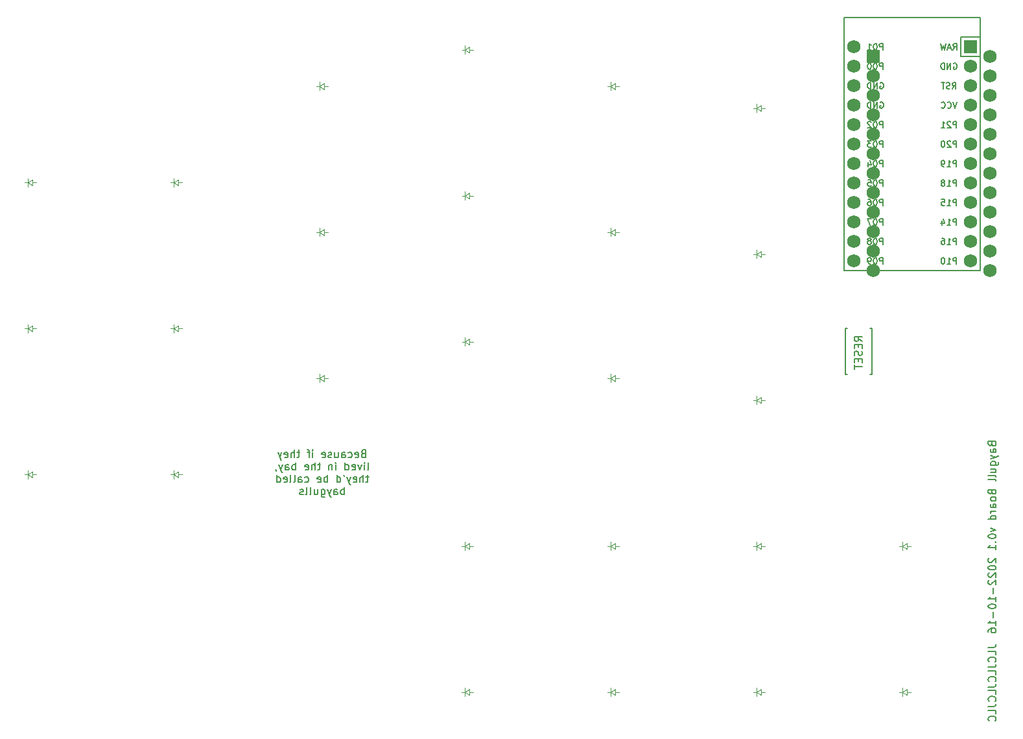
<source format=gbr>
%TF.GenerationSoftware,KiCad,Pcbnew,(6.0.8)*%
%TF.CreationDate,2022-10-22T23:02:28+01:00*%
%TF.ProjectId,board,626f6172-642e-46b6-9963-61645f706362,v1.0.0*%
%TF.SameCoordinates,Original*%
%TF.FileFunction,Legend,Bot*%
%TF.FilePolarity,Positive*%
%FSLAX46Y46*%
G04 Gerber Fmt 4.6, Leading zero omitted, Abs format (unit mm)*
G04 Created by KiCad (PCBNEW (6.0.8)) date 2022-10-22 23:02:28*
%MOMM*%
%LPD*%
G01*
G04 APERTURE LIST*
%ADD10C,0.150000*%
%ADD11C,0.100000*%
%ADD12R,1.752600X1.752600*%
%ADD13C,1.752600*%
G04 APERTURE END LIST*
D10*
X62507142Y-2276071D02*
X62364285Y-2323690D01*
X62316666Y-2371309D01*
X62269047Y-2466547D01*
X62269047Y-2609404D01*
X62316666Y-2704642D01*
X62364285Y-2752261D01*
X62459523Y-2799880D01*
X62840476Y-2799880D01*
X62840476Y-1799880D01*
X62507142Y-1799880D01*
X62411904Y-1847500D01*
X62364285Y-1895119D01*
X62316666Y-1990357D01*
X62316666Y-2085595D01*
X62364285Y-2180833D01*
X62411904Y-2228452D01*
X62507142Y-2276071D01*
X62840476Y-2276071D01*
X61459523Y-2752261D02*
X61554761Y-2799880D01*
X61745238Y-2799880D01*
X61840476Y-2752261D01*
X61888095Y-2657023D01*
X61888095Y-2276071D01*
X61840476Y-2180833D01*
X61745238Y-2133214D01*
X61554761Y-2133214D01*
X61459523Y-2180833D01*
X61411904Y-2276071D01*
X61411904Y-2371309D01*
X61888095Y-2466547D01*
X60554761Y-2752261D02*
X60650000Y-2799880D01*
X60840476Y-2799880D01*
X60935714Y-2752261D01*
X60983333Y-2704642D01*
X61030952Y-2609404D01*
X61030952Y-2323690D01*
X60983333Y-2228452D01*
X60935714Y-2180833D01*
X60840476Y-2133214D01*
X60650000Y-2133214D01*
X60554761Y-2180833D01*
X59697619Y-2799880D02*
X59697619Y-2276071D01*
X59745238Y-2180833D01*
X59840476Y-2133214D01*
X60030952Y-2133214D01*
X60126190Y-2180833D01*
X59697619Y-2752261D02*
X59792857Y-2799880D01*
X60030952Y-2799880D01*
X60126190Y-2752261D01*
X60173809Y-2657023D01*
X60173809Y-2561785D01*
X60126190Y-2466547D01*
X60030952Y-2418928D01*
X59792857Y-2418928D01*
X59697619Y-2371309D01*
X58792857Y-2133214D02*
X58792857Y-2799880D01*
X59221428Y-2133214D02*
X59221428Y-2657023D01*
X59173809Y-2752261D01*
X59078571Y-2799880D01*
X58935714Y-2799880D01*
X58840476Y-2752261D01*
X58792857Y-2704642D01*
X58364285Y-2752261D02*
X58269047Y-2799880D01*
X58078571Y-2799880D01*
X57983333Y-2752261D01*
X57935714Y-2657023D01*
X57935714Y-2609404D01*
X57983333Y-2514166D01*
X58078571Y-2466547D01*
X58221428Y-2466547D01*
X58316666Y-2418928D01*
X58364285Y-2323690D01*
X58364285Y-2276071D01*
X58316666Y-2180833D01*
X58221428Y-2133214D01*
X58078571Y-2133214D01*
X57983333Y-2180833D01*
X57126190Y-2752261D02*
X57221428Y-2799880D01*
X57411904Y-2799880D01*
X57507142Y-2752261D01*
X57554761Y-2657023D01*
X57554761Y-2276071D01*
X57507142Y-2180833D01*
X57411904Y-2133214D01*
X57221428Y-2133214D01*
X57126190Y-2180833D01*
X57078571Y-2276071D01*
X57078571Y-2371309D01*
X57554761Y-2466547D01*
X55888095Y-2799880D02*
X55888095Y-2133214D01*
X55888095Y-1799880D02*
X55935714Y-1847500D01*
X55888095Y-1895119D01*
X55840476Y-1847500D01*
X55888095Y-1799880D01*
X55888095Y-1895119D01*
X55554761Y-2133214D02*
X55173809Y-2133214D01*
X55411904Y-2799880D02*
X55411904Y-1942738D01*
X55364285Y-1847500D01*
X55269047Y-1799880D01*
X55173809Y-1799880D01*
X54221428Y-2133214D02*
X53840476Y-2133214D01*
X54078571Y-1799880D02*
X54078571Y-2657023D01*
X54030952Y-2752261D01*
X53935714Y-2799880D01*
X53840476Y-2799880D01*
X53507142Y-2799880D02*
X53507142Y-1799880D01*
X53078571Y-2799880D02*
X53078571Y-2276071D01*
X53126190Y-2180833D01*
X53221428Y-2133214D01*
X53364285Y-2133214D01*
X53459523Y-2180833D01*
X53507142Y-2228452D01*
X52221428Y-2752261D02*
X52316666Y-2799880D01*
X52507142Y-2799880D01*
X52602380Y-2752261D01*
X52650000Y-2657023D01*
X52650000Y-2276071D01*
X52602380Y-2180833D01*
X52507142Y-2133214D01*
X52316666Y-2133214D01*
X52221428Y-2180833D01*
X52173809Y-2276071D01*
X52173809Y-2371309D01*
X52650000Y-2466547D01*
X51840476Y-2133214D02*
X51602380Y-2799880D01*
X51364285Y-2133214D02*
X51602380Y-2799880D01*
X51697619Y-3037976D01*
X51745238Y-3085595D01*
X51840476Y-3133214D01*
X63054761Y-4409880D02*
X63150000Y-4362261D01*
X63197619Y-4267023D01*
X63197619Y-3409880D01*
X62673809Y-4409880D02*
X62673809Y-3743214D01*
X62673809Y-3409880D02*
X62721428Y-3457500D01*
X62673809Y-3505119D01*
X62626190Y-3457500D01*
X62673809Y-3409880D01*
X62673809Y-3505119D01*
X62292857Y-3743214D02*
X62054761Y-4409880D01*
X61816666Y-3743214D01*
X61054761Y-4362261D02*
X61150000Y-4409880D01*
X61340476Y-4409880D01*
X61435714Y-4362261D01*
X61483333Y-4267023D01*
X61483333Y-3886071D01*
X61435714Y-3790833D01*
X61340476Y-3743214D01*
X61150000Y-3743214D01*
X61054761Y-3790833D01*
X61007142Y-3886071D01*
X61007142Y-3981309D01*
X61483333Y-4076547D01*
X60150000Y-4409880D02*
X60150000Y-3409880D01*
X60150000Y-4362261D02*
X60245238Y-4409880D01*
X60435714Y-4409880D01*
X60530952Y-4362261D01*
X60578571Y-4314642D01*
X60626190Y-4219404D01*
X60626190Y-3933690D01*
X60578571Y-3838452D01*
X60530952Y-3790833D01*
X60435714Y-3743214D01*
X60245238Y-3743214D01*
X60150000Y-3790833D01*
X58911904Y-4409880D02*
X58911904Y-3743214D01*
X58911904Y-3409880D02*
X58959523Y-3457500D01*
X58911904Y-3505119D01*
X58864285Y-3457500D01*
X58911904Y-3409880D01*
X58911904Y-3505119D01*
X58435714Y-3743214D02*
X58435714Y-4409880D01*
X58435714Y-3838452D02*
X58388095Y-3790833D01*
X58292857Y-3743214D01*
X58150000Y-3743214D01*
X58054761Y-3790833D01*
X58007142Y-3886071D01*
X58007142Y-4409880D01*
X56911904Y-3743214D02*
X56530952Y-3743214D01*
X56769047Y-3409880D02*
X56769047Y-4267023D01*
X56721428Y-4362261D01*
X56626190Y-4409880D01*
X56530952Y-4409880D01*
X56197619Y-4409880D02*
X56197619Y-3409880D01*
X55769047Y-4409880D02*
X55769047Y-3886071D01*
X55816666Y-3790833D01*
X55911904Y-3743214D01*
X56054761Y-3743214D01*
X56150000Y-3790833D01*
X56197619Y-3838452D01*
X54911904Y-4362261D02*
X55007142Y-4409880D01*
X55197619Y-4409880D01*
X55292857Y-4362261D01*
X55340476Y-4267023D01*
X55340476Y-3886071D01*
X55292857Y-3790833D01*
X55197619Y-3743214D01*
X55007142Y-3743214D01*
X54911904Y-3790833D01*
X54864285Y-3886071D01*
X54864285Y-3981309D01*
X55340476Y-4076547D01*
X53673809Y-4409880D02*
X53673809Y-3409880D01*
X53673809Y-3790833D02*
X53578571Y-3743214D01*
X53388095Y-3743214D01*
X53292857Y-3790833D01*
X53245238Y-3838452D01*
X53197619Y-3933690D01*
X53197619Y-4219404D01*
X53245238Y-4314642D01*
X53292857Y-4362261D01*
X53388095Y-4409880D01*
X53578571Y-4409880D01*
X53673809Y-4362261D01*
X52340476Y-4409880D02*
X52340476Y-3886071D01*
X52388095Y-3790833D01*
X52483333Y-3743214D01*
X52673809Y-3743214D01*
X52769047Y-3790833D01*
X52340476Y-4362261D02*
X52435714Y-4409880D01*
X52673809Y-4409880D01*
X52769047Y-4362261D01*
X52816666Y-4267023D01*
X52816666Y-4171785D01*
X52769047Y-4076547D01*
X52673809Y-4028928D01*
X52435714Y-4028928D01*
X52340476Y-3981309D01*
X51959523Y-3743214D02*
X51721428Y-4409880D01*
X51483333Y-3743214D02*
X51721428Y-4409880D01*
X51816666Y-4647976D01*
X51864285Y-4695595D01*
X51959523Y-4743214D01*
X51054761Y-4362261D02*
X51054761Y-4409880D01*
X51102380Y-4505119D01*
X51150000Y-4552738D01*
X63221428Y-5353214D02*
X62840476Y-5353214D01*
X63078571Y-5019880D02*
X63078571Y-5877023D01*
X63030952Y-5972261D01*
X62935714Y-6019880D01*
X62840476Y-6019880D01*
X62507142Y-6019880D02*
X62507142Y-5019880D01*
X62078571Y-6019880D02*
X62078571Y-5496071D01*
X62126190Y-5400833D01*
X62221428Y-5353214D01*
X62364285Y-5353214D01*
X62459523Y-5400833D01*
X62507142Y-5448452D01*
X61221428Y-5972261D02*
X61316666Y-6019880D01*
X61507142Y-6019880D01*
X61602380Y-5972261D01*
X61650000Y-5877023D01*
X61650000Y-5496071D01*
X61602380Y-5400833D01*
X61507142Y-5353214D01*
X61316666Y-5353214D01*
X61221428Y-5400833D01*
X61173809Y-5496071D01*
X61173809Y-5591309D01*
X61650000Y-5686547D01*
X60840476Y-5353214D02*
X60602380Y-6019880D01*
X60364285Y-5353214D02*
X60602380Y-6019880D01*
X60697619Y-6257976D01*
X60745238Y-6305595D01*
X60840476Y-6353214D01*
X59935714Y-5019880D02*
X60030952Y-5210357D01*
X59078571Y-6019880D02*
X59078571Y-5019880D01*
X59078571Y-5972261D02*
X59173809Y-6019880D01*
X59364285Y-6019880D01*
X59459523Y-5972261D01*
X59507142Y-5924642D01*
X59554761Y-5829404D01*
X59554761Y-5543690D01*
X59507142Y-5448452D01*
X59459523Y-5400833D01*
X59364285Y-5353214D01*
X59173809Y-5353214D01*
X59078571Y-5400833D01*
X57840476Y-6019880D02*
X57840476Y-5019880D01*
X57840476Y-5400833D02*
X57745238Y-5353214D01*
X57554761Y-5353214D01*
X57459523Y-5400833D01*
X57411904Y-5448452D01*
X57364285Y-5543690D01*
X57364285Y-5829404D01*
X57411904Y-5924642D01*
X57459523Y-5972261D01*
X57554761Y-6019880D01*
X57745238Y-6019880D01*
X57840476Y-5972261D01*
X56554761Y-5972261D02*
X56650000Y-6019880D01*
X56840476Y-6019880D01*
X56935714Y-5972261D01*
X56983333Y-5877023D01*
X56983333Y-5496071D01*
X56935714Y-5400833D01*
X56840476Y-5353214D01*
X56650000Y-5353214D01*
X56554761Y-5400833D01*
X56507142Y-5496071D01*
X56507142Y-5591309D01*
X56983333Y-5686547D01*
X54888095Y-5972261D02*
X54983333Y-6019880D01*
X55173809Y-6019880D01*
X55269047Y-5972261D01*
X55316666Y-5924642D01*
X55364285Y-5829404D01*
X55364285Y-5543690D01*
X55316666Y-5448452D01*
X55269047Y-5400833D01*
X55173809Y-5353214D01*
X54983333Y-5353214D01*
X54888095Y-5400833D01*
X54030952Y-6019880D02*
X54030952Y-5496071D01*
X54078571Y-5400833D01*
X54173809Y-5353214D01*
X54364285Y-5353214D01*
X54459523Y-5400833D01*
X54030952Y-5972261D02*
X54126190Y-6019880D01*
X54364285Y-6019880D01*
X54459523Y-5972261D01*
X54507142Y-5877023D01*
X54507142Y-5781785D01*
X54459523Y-5686547D01*
X54364285Y-5638928D01*
X54126190Y-5638928D01*
X54030952Y-5591309D01*
X53411904Y-6019880D02*
X53507142Y-5972261D01*
X53554761Y-5877023D01*
X53554761Y-5019880D01*
X52888095Y-6019880D02*
X52983333Y-5972261D01*
X53030952Y-5877023D01*
X53030952Y-5019880D01*
X52126190Y-5972261D02*
X52221428Y-6019880D01*
X52411904Y-6019880D01*
X52507142Y-5972261D01*
X52554761Y-5877023D01*
X52554761Y-5496071D01*
X52507142Y-5400833D01*
X52411904Y-5353214D01*
X52221428Y-5353214D01*
X52126190Y-5400833D01*
X52078571Y-5496071D01*
X52078571Y-5591309D01*
X52554761Y-5686547D01*
X51221428Y-6019880D02*
X51221428Y-5019880D01*
X51221428Y-5972261D02*
X51316666Y-6019880D01*
X51507142Y-6019880D01*
X51602380Y-5972261D01*
X51650000Y-5924642D01*
X51697619Y-5829404D01*
X51697619Y-5543690D01*
X51650000Y-5448452D01*
X51602380Y-5400833D01*
X51507142Y-5353214D01*
X51316666Y-5353214D01*
X51221428Y-5400833D01*
X60030952Y-7629880D02*
X60030952Y-6629880D01*
X60030952Y-7010833D02*
X59935714Y-6963214D01*
X59745238Y-6963214D01*
X59650000Y-7010833D01*
X59602380Y-7058452D01*
X59554761Y-7153690D01*
X59554761Y-7439404D01*
X59602380Y-7534642D01*
X59650000Y-7582261D01*
X59745238Y-7629880D01*
X59935714Y-7629880D01*
X60030952Y-7582261D01*
X58697619Y-7629880D02*
X58697619Y-7106071D01*
X58745238Y-7010833D01*
X58840476Y-6963214D01*
X59030952Y-6963214D01*
X59126190Y-7010833D01*
X58697619Y-7582261D02*
X58792857Y-7629880D01*
X59030952Y-7629880D01*
X59126190Y-7582261D01*
X59173809Y-7487023D01*
X59173809Y-7391785D01*
X59126190Y-7296547D01*
X59030952Y-7248928D01*
X58792857Y-7248928D01*
X58697619Y-7201309D01*
X58316666Y-6963214D02*
X58078571Y-7629880D01*
X57840476Y-6963214D02*
X58078571Y-7629880D01*
X58173809Y-7867976D01*
X58221428Y-7915595D01*
X58316666Y-7963214D01*
X57030952Y-6963214D02*
X57030952Y-7772738D01*
X57078571Y-7867976D01*
X57126190Y-7915595D01*
X57221428Y-7963214D01*
X57364285Y-7963214D01*
X57459523Y-7915595D01*
X57030952Y-7582261D02*
X57126190Y-7629880D01*
X57316666Y-7629880D01*
X57411904Y-7582261D01*
X57459523Y-7534642D01*
X57507142Y-7439404D01*
X57507142Y-7153690D01*
X57459523Y-7058452D01*
X57411904Y-7010833D01*
X57316666Y-6963214D01*
X57126190Y-6963214D01*
X57030952Y-7010833D01*
X56126190Y-6963214D02*
X56126190Y-7629880D01*
X56554761Y-6963214D02*
X56554761Y-7487023D01*
X56507142Y-7582261D01*
X56411904Y-7629880D01*
X56269047Y-7629880D01*
X56173809Y-7582261D01*
X56126190Y-7534642D01*
X55507142Y-7629880D02*
X55602380Y-7582261D01*
X55650000Y-7487023D01*
X55650000Y-6629880D01*
X54983333Y-7629880D02*
X55078571Y-7582261D01*
X55126190Y-7487023D01*
X55126190Y-6629880D01*
X54650000Y-7582261D02*
X54554761Y-7629880D01*
X54364285Y-7629880D01*
X54269047Y-7582261D01*
X54221428Y-7487023D01*
X54221428Y-7439404D01*
X54269047Y-7344166D01*
X54364285Y-7296547D01*
X54507142Y-7296547D01*
X54602380Y-7248928D01*
X54650000Y-7153690D01*
X54650000Y-7106071D01*
X54602380Y-7010833D01*
X54507142Y-6963214D01*
X54364285Y-6963214D01*
X54269047Y-7010833D01*
X144132380Y-27575452D02*
X144846666Y-27575452D01*
X144989523Y-27527833D01*
X145084761Y-27432595D01*
X145132380Y-27289738D01*
X145132380Y-27194500D01*
X145132380Y-28527833D02*
X145132380Y-28051642D01*
X144132380Y-28051642D01*
X145037142Y-29432595D02*
X145084761Y-29384976D01*
X145132380Y-29242119D01*
X145132380Y-29146880D01*
X145084761Y-29004023D01*
X144989523Y-28908785D01*
X144894285Y-28861166D01*
X144703809Y-28813547D01*
X144560952Y-28813547D01*
X144370476Y-28861166D01*
X144275238Y-28908785D01*
X144180000Y-29004023D01*
X144132380Y-29146880D01*
X144132380Y-29242119D01*
X144180000Y-29384976D01*
X144227619Y-29432595D01*
X144132380Y-30146880D02*
X144846666Y-30146880D01*
X144989523Y-30099261D01*
X145084761Y-30004023D01*
X145132380Y-29861166D01*
X145132380Y-29765928D01*
X145132380Y-31099261D02*
X145132380Y-30623071D01*
X144132380Y-30623071D01*
X145037142Y-32004023D02*
X145084761Y-31956404D01*
X145132380Y-31813547D01*
X145132380Y-31718309D01*
X145084761Y-31575452D01*
X144989523Y-31480214D01*
X144894285Y-31432595D01*
X144703809Y-31384976D01*
X144560952Y-31384976D01*
X144370476Y-31432595D01*
X144275238Y-31480214D01*
X144180000Y-31575452D01*
X144132380Y-31718309D01*
X144132380Y-31813547D01*
X144180000Y-31956404D01*
X144227619Y-32004023D01*
X144132380Y-32718309D02*
X144846666Y-32718309D01*
X144989523Y-32670690D01*
X145084761Y-32575452D01*
X145132380Y-32432595D01*
X145132380Y-32337357D01*
X145132380Y-33670690D02*
X145132380Y-33194500D01*
X144132380Y-33194500D01*
X145037142Y-34575452D02*
X145084761Y-34527833D01*
X145132380Y-34384976D01*
X145132380Y-34289738D01*
X145084761Y-34146880D01*
X144989523Y-34051642D01*
X144894285Y-34004023D01*
X144703809Y-33956404D01*
X144560952Y-33956404D01*
X144370476Y-34004023D01*
X144275238Y-34051642D01*
X144180000Y-34146880D01*
X144132380Y-34289738D01*
X144132380Y-34384976D01*
X144180000Y-34527833D01*
X144227619Y-34575452D01*
X144132380Y-35289738D02*
X144846666Y-35289738D01*
X144989523Y-35242119D01*
X145084761Y-35146880D01*
X145132380Y-35004023D01*
X145132380Y-34908785D01*
X145132380Y-36242119D02*
X145132380Y-35765928D01*
X144132380Y-35765928D01*
X145037142Y-37146880D02*
X145084761Y-37099261D01*
X145132380Y-36956404D01*
X145132380Y-36861166D01*
X145084761Y-36718309D01*
X144989523Y-36623071D01*
X144894285Y-36575452D01*
X144703809Y-36527833D01*
X144560952Y-36527833D01*
X144370476Y-36575452D01*
X144275238Y-36623071D01*
X144180000Y-36718309D01*
X144132380Y-36861166D01*
X144132380Y-36956404D01*
X144180000Y-37099261D01*
X144227619Y-37146880D01*
X144608571Y-1025452D02*
X144656190Y-1168309D01*
X144703809Y-1215928D01*
X144799047Y-1263547D01*
X144941904Y-1263547D01*
X145037142Y-1215928D01*
X145084761Y-1168309D01*
X145132380Y-1073071D01*
X145132380Y-692119D01*
X144132380Y-692119D01*
X144132380Y-1025452D01*
X144180000Y-1120690D01*
X144227619Y-1168309D01*
X144322857Y-1215928D01*
X144418095Y-1215928D01*
X144513333Y-1168309D01*
X144560952Y-1120690D01*
X144608571Y-1025452D01*
X144608571Y-692119D01*
X145132380Y-2120690D02*
X144608571Y-2120690D01*
X144513333Y-2073071D01*
X144465714Y-1977833D01*
X144465714Y-1787357D01*
X144513333Y-1692119D01*
X145084761Y-2120690D02*
X145132380Y-2025452D01*
X145132380Y-1787357D01*
X145084761Y-1692119D01*
X144989523Y-1644500D01*
X144894285Y-1644500D01*
X144799047Y-1692119D01*
X144751428Y-1787357D01*
X144751428Y-2025452D01*
X144703809Y-2120690D01*
X144465714Y-2501642D02*
X145132380Y-2739738D01*
X144465714Y-2977833D02*
X145132380Y-2739738D01*
X145370476Y-2644500D01*
X145418095Y-2596880D01*
X145465714Y-2501642D01*
X144465714Y-3787357D02*
X145275238Y-3787357D01*
X145370476Y-3739738D01*
X145418095Y-3692119D01*
X145465714Y-3596880D01*
X145465714Y-3454023D01*
X145418095Y-3358785D01*
X145084761Y-3787357D02*
X145132380Y-3692119D01*
X145132380Y-3501642D01*
X145084761Y-3406404D01*
X145037142Y-3358785D01*
X144941904Y-3311166D01*
X144656190Y-3311166D01*
X144560952Y-3358785D01*
X144513333Y-3406404D01*
X144465714Y-3501642D01*
X144465714Y-3692119D01*
X144513333Y-3787357D01*
X144465714Y-4692119D02*
X145132380Y-4692119D01*
X144465714Y-4263547D02*
X144989523Y-4263547D01*
X145084761Y-4311166D01*
X145132380Y-4406404D01*
X145132380Y-4549261D01*
X145084761Y-4644500D01*
X145037142Y-4692119D01*
X145132380Y-5311166D02*
X145084761Y-5215928D01*
X144989523Y-5168309D01*
X144132380Y-5168309D01*
X145132380Y-5834976D02*
X145084761Y-5739738D01*
X144989523Y-5692119D01*
X144132380Y-5692119D01*
X144608571Y-7311166D02*
X144656190Y-7454023D01*
X144703809Y-7501642D01*
X144799047Y-7549261D01*
X144941904Y-7549261D01*
X145037142Y-7501642D01*
X145084761Y-7454023D01*
X145132380Y-7358785D01*
X145132380Y-6977833D01*
X144132380Y-6977833D01*
X144132380Y-7311166D01*
X144180000Y-7406404D01*
X144227619Y-7454023D01*
X144322857Y-7501642D01*
X144418095Y-7501642D01*
X144513333Y-7454023D01*
X144560952Y-7406404D01*
X144608571Y-7311166D01*
X144608571Y-6977833D01*
X145132380Y-8120690D02*
X145084761Y-8025452D01*
X145037142Y-7977833D01*
X144941904Y-7930214D01*
X144656190Y-7930214D01*
X144560952Y-7977833D01*
X144513333Y-8025452D01*
X144465714Y-8120690D01*
X144465714Y-8263547D01*
X144513333Y-8358785D01*
X144560952Y-8406404D01*
X144656190Y-8454023D01*
X144941904Y-8454023D01*
X145037142Y-8406404D01*
X145084761Y-8358785D01*
X145132380Y-8263547D01*
X145132380Y-8120690D01*
X145132380Y-9311166D02*
X144608571Y-9311166D01*
X144513333Y-9263547D01*
X144465714Y-9168309D01*
X144465714Y-8977833D01*
X144513333Y-8882595D01*
X145084761Y-9311166D02*
X145132380Y-9215928D01*
X145132380Y-8977833D01*
X145084761Y-8882595D01*
X144989523Y-8834976D01*
X144894285Y-8834976D01*
X144799047Y-8882595D01*
X144751428Y-8977833D01*
X144751428Y-9215928D01*
X144703809Y-9311166D01*
X145132380Y-9787357D02*
X144465714Y-9787357D01*
X144656190Y-9787357D02*
X144560952Y-9834976D01*
X144513333Y-9882595D01*
X144465714Y-9977833D01*
X144465714Y-10073071D01*
X145132380Y-10834976D02*
X144132380Y-10834976D01*
X145084761Y-10834976D02*
X145132380Y-10739738D01*
X145132380Y-10549261D01*
X145084761Y-10454023D01*
X145037142Y-10406404D01*
X144941904Y-10358785D01*
X144656190Y-10358785D01*
X144560952Y-10406404D01*
X144513333Y-10454023D01*
X144465714Y-10549261D01*
X144465714Y-10739738D01*
X144513333Y-10834976D01*
X144465714Y-11977833D02*
X145132380Y-12215928D01*
X144465714Y-12454023D01*
X144132380Y-13025452D02*
X144132380Y-13120690D01*
X144180000Y-13215928D01*
X144227619Y-13263547D01*
X144322857Y-13311166D01*
X144513333Y-13358785D01*
X144751428Y-13358785D01*
X144941904Y-13311166D01*
X145037142Y-13263547D01*
X145084761Y-13215928D01*
X145132380Y-13120690D01*
X145132380Y-13025452D01*
X145084761Y-12930214D01*
X145037142Y-12882595D01*
X144941904Y-12834976D01*
X144751428Y-12787357D01*
X144513333Y-12787357D01*
X144322857Y-12834976D01*
X144227619Y-12882595D01*
X144180000Y-12930214D01*
X144132380Y-13025452D01*
X145037142Y-13787357D02*
X145084761Y-13834976D01*
X145132380Y-13787357D01*
X145084761Y-13739738D01*
X145037142Y-13787357D01*
X145132380Y-13787357D01*
X145132380Y-14787357D02*
X145132380Y-14215928D01*
X145132380Y-14501642D02*
X144132380Y-14501642D01*
X144275238Y-14406404D01*
X144370476Y-14311166D01*
X144418095Y-14215928D01*
X144227619Y-15930214D02*
X144180000Y-15977833D01*
X144132380Y-16073071D01*
X144132380Y-16311166D01*
X144180000Y-16406404D01*
X144227619Y-16454023D01*
X144322857Y-16501642D01*
X144418095Y-16501642D01*
X144560952Y-16454023D01*
X145132380Y-15882595D01*
X145132380Y-16501642D01*
X144132380Y-17120690D02*
X144132380Y-17215928D01*
X144180000Y-17311166D01*
X144227619Y-17358785D01*
X144322857Y-17406404D01*
X144513333Y-17454023D01*
X144751428Y-17454023D01*
X144941904Y-17406404D01*
X145037142Y-17358785D01*
X145084761Y-17311166D01*
X145132380Y-17215928D01*
X145132380Y-17120690D01*
X145084761Y-17025452D01*
X145037142Y-16977833D01*
X144941904Y-16930214D01*
X144751428Y-16882595D01*
X144513333Y-16882595D01*
X144322857Y-16930214D01*
X144227619Y-16977833D01*
X144180000Y-17025452D01*
X144132380Y-17120690D01*
X144227619Y-17834976D02*
X144180000Y-17882595D01*
X144132380Y-17977833D01*
X144132380Y-18215928D01*
X144180000Y-18311166D01*
X144227619Y-18358785D01*
X144322857Y-18406404D01*
X144418095Y-18406404D01*
X144560952Y-18358785D01*
X145132380Y-17787357D01*
X145132380Y-18406404D01*
X144227619Y-18787357D02*
X144180000Y-18834976D01*
X144132380Y-18930214D01*
X144132380Y-19168309D01*
X144180000Y-19263547D01*
X144227619Y-19311166D01*
X144322857Y-19358785D01*
X144418095Y-19358785D01*
X144560952Y-19311166D01*
X145132380Y-18739738D01*
X145132380Y-19358785D01*
X144751428Y-19787357D02*
X144751428Y-20549261D01*
X145132380Y-21549261D02*
X145132380Y-20977833D01*
X145132380Y-21263547D02*
X144132380Y-21263547D01*
X144275238Y-21168309D01*
X144370476Y-21073071D01*
X144418095Y-20977833D01*
X144132380Y-22168309D02*
X144132380Y-22263547D01*
X144180000Y-22358785D01*
X144227619Y-22406404D01*
X144322857Y-22454023D01*
X144513333Y-22501642D01*
X144751428Y-22501642D01*
X144941904Y-22454023D01*
X145037142Y-22406404D01*
X145084761Y-22358785D01*
X145132380Y-22263547D01*
X145132380Y-22168309D01*
X145084761Y-22073071D01*
X145037142Y-22025452D01*
X144941904Y-21977833D01*
X144751428Y-21930214D01*
X144513333Y-21930214D01*
X144322857Y-21977833D01*
X144227619Y-22025452D01*
X144180000Y-22073071D01*
X144132380Y-22168309D01*
X144751428Y-22930214D02*
X144751428Y-23692119D01*
X145132380Y-24692119D02*
X145132380Y-24120690D01*
X145132380Y-24406404D02*
X144132380Y-24406404D01*
X144275238Y-24311166D01*
X144370476Y-24215928D01*
X144418095Y-24120690D01*
X144132380Y-25549261D02*
X144132380Y-25358785D01*
X144180000Y-25263547D01*
X144227619Y-25215928D01*
X144370476Y-25120690D01*
X144560952Y-25073071D01*
X144941904Y-25073071D01*
X145037142Y-25120690D01*
X145084761Y-25168309D01*
X145132380Y-25263547D01*
X145132380Y-25454023D01*
X145084761Y-25549261D01*
X145037142Y-25596880D01*
X144941904Y-25644499D01*
X144703809Y-25644499D01*
X144608571Y-25596880D01*
X144560952Y-25549261D01*
X144513333Y-25454023D01*
X144513333Y-25263547D01*
X144560952Y-25168309D01*
X144608571Y-25120690D01*
X144703809Y-25073071D01*
%TO.C,MCU1*%
X139552380Y50423595D02*
X139819047Y50804547D01*
X140009523Y50423595D02*
X140009523Y51223595D01*
X139704761Y51223595D01*
X139628571Y51185500D01*
X139590476Y51147404D01*
X139552380Y51071214D01*
X139552380Y50956928D01*
X139590476Y50880738D01*
X139628571Y50842642D01*
X139704761Y50804547D01*
X140009523Y50804547D01*
X139247619Y50652166D02*
X138866666Y50652166D01*
X139323809Y50423595D02*
X139057142Y51223595D01*
X138790476Y50423595D01*
X138600000Y51223595D02*
X138409523Y50423595D01*
X138257142Y50995023D01*
X138104761Y50423595D01*
X137914285Y51223595D01*
X139609523Y48645500D02*
X139685714Y48683595D01*
X139800000Y48683595D01*
X139914285Y48645500D01*
X139990476Y48569309D01*
X140028571Y48493119D01*
X140066666Y48340738D01*
X140066666Y48226452D01*
X140028571Y48074071D01*
X139990476Y47997880D01*
X139914285Y47921690D01*
X139800000Y47883595D01*
X139723809Y47883595D01*
X139609523Y47921690D01*
X139571428Y47959785D01*
X139571428Y48226452D01*
X139723809Y48226452D01*
X139228571Y47883595D02*
X139228571Y48683595D01*
X138771428Y47883595D01*
X138771428Y48683595D01*
X138390476Y47883595D02*
X138390476Y48683595D01*
X138200000Y48683595D01*
X138085714Y48645500D01*
X138009523Y48569309D01*
X137971428Y48493119D01*
X137933333Y48340738D01*
X137933333Y48226452D01*
X137971428Y48074071D01*
X138009523Y47997880D01*
X138085714Y47921690D01*
X138200000Y47883595D01*
X138390476Y47883595D01*
X139438095Y45343595D02*
X139704761Y45724547D01*
X139895238Y45343595D02*
X139895238Y46143595D01*
X139590476Y46143595D01*
X139514285Y46105500D01*
X139476190Y46067404D01*
X139438095Y45991214D01*
X139438095Y45876928D01*
X139476190Y45800738D01*
X139514285Y45762642D01*
X139590476Y45724547D01*
X139895238Y45724547D01*
X139133333Y45381690D02*
X139019047Y45343595D01*
X138828571Y45343595D01*
X138752380Y45381690D01*
X138714285Y45419785D01*
X138676190Y45495976D01*
X138676190Y45572166D01*
X138714285Y45648357D01*
X138752380Y45686452D01*
X138828571Y45724547D01*
X138980952Y45762642D01*
X139057142Y45800738D01*
X139095238Y45838833D01*
X139133333Y45915023D01*
X139133333Y45991214D01*
X139095238Y46067404D01*
X139057142Y46105500D01*
X138980952Y46143595D01*
X138790476Y46143595D01*
X138676190Y46105500D01*
X138447619Y46143595D02*
X137990476Y46143595D01*
X138219047Y45343595D02*
X138219047Y46143595D01*
X140066666Y43603595D02*
X139800000Y42803595D01*
X139533333Y43603595D01*
X138809523Y42879785D02*
X138847619Y42841690D01*
X138961904Y42803595D01*
X139038095Y42803595D01*
X139152380Y42841690D01*
X139228571Y42917880D01*
X139266666Y42994071D01*
X139304761Y43146452D01*
X139304761Y43260738D01*
X139266666Y43413119D01*
X139228571Y43489309D01*
X139152380Y43565500D01*
X139038095Y43603595D01*
X138961904Y43603595D01*
X138847619Y43565500D01*
X138809523Y43527404D01*
X138009523Y42879785D02*
X138047619Y42841690D01*
X138161904Y42803595D01*
X138238095Y42803595D01*
X138352380Y42841690D01*
X138428571Y42917880D01*
X138466666Y42994071D01*
X138504761Y43146452D01*
X138504761Y43260738D01*
X138466666Y43413119D01*
X138428571Y43489309D01*
X138352380Y43565500D01*
X138238095Y43603595D01*
X138161904Y43603595D01*
X138047619Y43565500D01*
X138009523Y43527404D01*
X139971428Y40263595D02*
X139971428Y41063595D01*
X139666666Y41063595D01*
X139590476Y41025500D01*
X139552380Y40987404D01*
X139514285Y40911214D01*
X139514285Y40796928D01*
X139552380Y40720738D01*
X139590476Y40682642D01*
X139666666Y40644547D01*
X139971428Y40644547D01*
X139209523Y40987404D02*
X139171428Y41025500D01*
X139095238Y41063595D01*
X138904761Y41063595D01*
X138828571Y41025500D01*
X138790476Y40987404D01*
X138752380Y40911214D01*
X138752380Y40835023D01*
X138790476Y40720738D01*
X139247619Y40263595D01*
X138752380Y40263595D01*
X137990476Y40263595D02*
X138447619Y40263595D01*
X138219047Y40263595D02*
X138219047Y41063595D01*
X138295238Y40949309D01*
X138371428Y40873119D01*
X138447619Y40835023D01*
X139971428Y37723595D02*
X139971428Y38523595D01*
X139666666Y38523595D01*
X139590476Y38485500D01*
X139552380Y38447404D01*
X139514285Y38371214D01*
X139514285Y38256928D01*
X139552380Y38180738D01*
X139590476Y38142642D01*
X139666666Y38104547D01*
X139971428Y38104547D01*
X139209523Y38447404D02*
X139171428Y38485500D01*
X139095238Y38523595D01*
X138904761Y38523595D01*
X138828571Y38485500D01*
X138790476Y38447404D01*
X138752380Y38371214D01*
X138752380Y38295023D01*
X138790476Y38180738D01*
X139247619Y37723595D01*
X138752380Y37723595D01*
X138257142Y38523595D02*
X138180952Y38523595D01*
X138104761Y38485500D01*
X138066666Y38447404D01*
X138028571Y38371214D01*
X137990476Y38218833D01*
X137990476Y38028357D01*
X138028571Y37875976D01*
X138066666Y37799785D01*
X138104761Y37761690D01*
X138180952Y37723595D01*
X138257142Y37723595D01*
X138333333Y37761690D01*
X138371428Y37799785D01*
X138409523Y37875976D01*
X138447619Y38028357D01*
X138447619Y38218833D01*
X138409523Y38371214D01*
X138371428Y38447404D01*
X138333333Y38485500D01*
X138257142Y38523595D01*
X139971428Y35183595D02*
X139971428Y35983595D01*
X139666666Y35983595D01*
X139590476Y35945500D01*
X139552380Y35907404D01*
X139514285Y35831214D01*
X139514285Y35716928D01*
X139552380Y35640738D01*
X139590476Y35602642D01*
X139666666Y35564547D01*
X139971428Y35564547D01*
X138752380Y35183595D02*
X139209523Y35183595D01*
X138980952Y35183595D02*
X138980952Y35983595D01*
X139057142Y35869309D01*
X139133333Y35793119D01*
X139209523Y35755023D01*
X138371428Y35183595D02*
X138219047Y35183595D01*
X138142857Y35221690D01*
X138104761Y35259785D01*
X138028571Y35374071D01*
X137990476Y35526452D01*
X137990476Y35831214D01*
X138028571Y35907404D01*
X138066666Y35945500D01*
X138142857Y35983595D01*
X138295238Y35983595D01*
X138371428Y35945500D01*
X138409523Y35907404D01*
X138447619Y35831214D01*
X138447619Y35640738D01*
X138409523Y35564547D01*
X138371428Y35526452D01*
X138295238Y35488357D01*
X138142857Y35488357D01*
X138066666Y35526452D01*
X138028571Y35564547D01*
X137990476Y35640738D01*
X139971428Y32643595D02*
X139971428Y33443595D01*
X139666666Y33443595D01*
X139590476Y33405500D01*
X139552380Y33367404D01*
X139514285Y33291214D01*
X139514285Y33176928D01*
X139552380Y33100738D01*
X139590476Y33062642D01*
X139666666Y33024547D01*
X139971428Y33024547D01*
X138752380Y32643595D02*
X139209523Y32643595D01*
X138980952Y32643595D02*
X138980952Y33443595D01*
X139057142Y33329309D01*
X139133333Y33253119D01*
X139209523Y33215023D01*
X138295238Y33100738D02*
X138371428Y33138833D01*
X138409523Y33176928D01*
X138447619Y33253119D01*
X138447619Y33291214D01*
X138409523Y33367404D01*
X138371428Y33405500D01*
X138295238Y33443595D01*
X138142857Y33443595D01*
X138066666Y33405500D01*
X138028571Y33367404D01*
X137990476Y33291214D01*
X137990476Y33253119D01*
X138028571Y33176928D01*
X138066666Y33138833D01*
X138142857Y33100738D01*
X138295238Y33100738D01*
X138371428Y33062642D01*
X138409523Y33024547D01*
X138447619Y32948357D01*
X138447619Y32795976D01*
X138409523Y32719785D01*
X138371428Y32681690D01*
X138295238Y32643595D01*
X138142857Y32643595D01*
X138066666Y32681690D01*
X138028571Y32719785D01*
X137990476Y32795976D01*
X137990476Y32948357D01*
X138028571Y33024547D01*
X138066666Y33062642D01*
X138142857Y33100738D01*
X139971428Y30103595D02*
X139971428Y30903595D01*
X139666666Y30903595D01*
X139590476Y30865500D01*
X139552380Y30827404D01*
X139514285Y30751214D01*
X139514285Y30636928D01*
X139552380Y30560738D01*
X139590476Y30522642D01*
X139666666Y30484547D01*
X139971428Y30484547D01*
X138752380Y30103595D02*
X139209523Y30103595D01*
X138980952Y30103595D02*
X138980952Y30903595D01*
X139057142Y30789309D01*
X139133333Y30713119D01*
X139209523Y30675023D01*
X138028571Y30903595D02*
X138409523Y30903595D01*
X138447619Y30522642D01*
X138409523Y30560738D01*
X138333333Y30598833D01*
X138142857Y30598833D01*
X138066666Y30560738D01*
X138028571Y30522642D01*
X137990476Y30446452D01*
X137990476Y30255976D01*
X138028571Y30179785D01*
X138066666Y30141690D01*
X138142857Y30103595D01*
X138333333Y30103595D01*
X138409523Y30141690D01*
X138447619Y30179785D01*
X139971428Y27563595D02*
X139971428Y28363595D01*
X139666666Y28363595D01*
X139590476Y28325500D01*
X139552380Y28287404D01*
X139514285Y28211214D01*
X139514285Y28096928D01*
X139552380Y28020738D01*
X139590476Y27982642D01*
X139666666Y27944547D01*
X139971428Y27944547D01*
X138752380Y27563595D02*
X139209523Y27563595D01*
X138980952Y27563595D02*
X138980952Y28363595D01*
X139057142Y28249309D01*
X139133333Y28173119D01*
X139209523Y28135023D01*
X138066666Y28096928D02*
X138066666Y27563595D01*
X138257142Y28401690D02*
X138447619Y27830261D01*
X137952380Y27830261D01*
X139971428Y25023595D02*
X139971428Y25823595D01*
X139666666Y25823595D01*
X139590476Y25785500D01*
X139552380Y25747404D01*
X139514285Y25671214D01*
X139514285Y25556928D01*
X139552380Y25480738D01*
X139590476Y25442642D01*
X139666666Y25404547D01*
X139971428Y25404547D01*
X138752380Y25023595D02*
X139209523Y25023595D01*
X138980952Y25023595D02*
X138980952Y25823595D01*
X139057142Y25709309D01*
X139133333Y25633119D01*
X139209523Y25595023D01*
X138066666Y25823595D02*
X138219047Y25823595D01*
X138295238Y25785500D01*
X138333333Y25747404D01*
X138409523Y25633119D01*
X138447619Y25480738D01*
X138447619Y25175976D01*
X138409523Y25099785D01*
X138371428Y25061690D01*
X138295238Y25023595D01*
X138142857Y25023595D01*
X138066666Y25061690D01*
X138028571Y25099785D01*
X137990476Y25175976D01*
X137990476Y25366452D01*
X138028571Y25442642D01*
X138066666Y25480738D01*
X138142857Y25518833D01*
X138295238Y25518833D01*
X138371428Y25480738D01*
X138409523Y25442642D01*
X138447619Y25366452D01*
X139971428Y22483595D02*
X139971428Y23283595D01*
X139666666Y23283595D01*
X139590476Y23245500D01*
X139552380Y23207404D01*
X139514285Y23131214D01*
X139514285Y23016928D01*
X139552380Y22940738D01*
X139590476Y22902642D01*
X139666666Y22864547D01*
X139971428Y22864547D01*
X138752380Y22483595D02*
X139209523Y22483595D01*
X138980952Y22483595D02*
X138980952Y23283595D01*
X139057142Y23169309D01*
X139133333Y23093119D01*
X139209523Y23055023D01*
X138257142Y23283595D02*
X138180952Y23283595D01*
X138104761Y23245500D01*
X138066666Y23207404D01*
X138028571Y23131214D01*
X137990476Y22978833D01*
X137990476Y22788357D01*
X138028571Y22635976D01*
X138066666Y22559785D01*
X138104761Y22521690D01*
X138180952Y22483595D01*
X138257142Y22483595D01*
X138333333Y22521690D01*
X138371428Y22559785D01*
X138409523Y22635976D01*
X138447619Y22788357D01*
X138447619Y22978833D01*
X138409523Y23131214D01*
X138371428Y23207404D01*
X138333333Y23245500D01*
X138257142Y23283595D01*
X130371428Y50423595D02*
X130371428Y51223595D01*
X130066666Y51223595D01*
X129990476Y51185500D01*
X129952380Y51147404D01*
X129914285Y51071214D01*
X129914285Y50956928D01*
X129952380Y50880738D01*
X129990476Y50842642D01*
X130066666Y50804547D01*
X130371428Y50804547D01*
X129419047Y51223595D02*
X129342857Y51223595D01*
X129266666Y51185500D01*
X129228571Y51147404D01*
X129190476Y51071214D01*
X129152380Y50918833D01*
X129152380Y50728357D01*
X129190476Y50575976D01*
X129228571Y50499785D01*
X129266666Y50461690D01*
X129342857Y50423595D01*
X129419047Y50423595D01*
X129495238Y50461690D01*
X129533333Y50499785D01*
X129571428Y50575976D01*
X129609523Y50728357D01*
X129609523Y50918833D01*
X129571428Y51071214D01*
X129533333Y51147404D01*
X129495238Y51185500D01*
X129419047Y51223595D01*
X128390476Y50423595D02*
X128847619Y50423595D01*
X128619047Y50423595D02*
X128619047Y51223595D01*
X128695238Y51109309D01*
X128771428Y51033119D01*
X128847619Y50995023D01*
X130371428Y47883595D02*
X130371428Y48683595D01*
X130066666Y48683595D01*
X129990476Y48645500D01*
X129952380Y48607404D01*
X129914285Y48531214D01*
X129914285Y48416928D01*
X129952380Y48340738D01*
X129990476Y48302642D01*
X130066666Y48264547D01*
X130371428Y48264547D01*
X129419047Y48683595D02*
X129342857Y48683595D01*
X129266666Y48645500D01*
X129228571Y48607404D01*
X129190476Y48531214D01*
X129152380Y48378833D01*
X129152380Y48188357D01*
X129190476Y48035976D01*
X129228571Y47959785D01*
X129266666Y47921690D01*
X129342857Y47883595D01*
X129419047Y47883595D01*
X129495238Y47921690D01*
X129533333Y47959785D01*
X129571428Y48035976D01*
X129609523Y48188357D01*
X129609523Y48378833D01*
X129571428Y48531214D01*
X129533333Y48607404D01*
X129495238Y48645500D01*
X129419047Y48683595D01*
X128657142Y48683595D02*
X128580952Y48683595D01*
X128504761Y48645500D01*
X128466666Y48607404D01*
X128428571Y48531214D01*
X128390476Y48378833D01*
X128390476Y48188357D01*
X128428571Y48035976D01*
X128466666Y47959785D01*
X128504761Y47921690D01*
X128580952Y47883595D01*
X128657142Y47883595D01*
X128733333Y47921690D01*
X128771428Y47959785D01*
X128809523Y48035976D01*
X128847619Y48188357D01*
X128847619Y48378833D01*
X128809523Y48531214D01*
X128771428Y48607404D01*
X128733333Y48645500D01*
X128657142Y48683595D01*
X130009523Y46105500D02*
X130085714Y46143595D01*
X130200000Y46143595D01*
X130314285Y46105500D01*
X130390476Y46029309D01*
X130428571Y45953119D01*
X130466666Y45800738D01*
X130466666Y45686452D01*
X130428571Y45534071D01*
X130390476Y45457880D01*
X130314285Y45381690D01*
X130200000Y45343595D01*
X130123809Y45343595D01*
X130009523Y45381690D01*
X129971428Y45419785D01*
X129971428Y45686452D01*
X130123809Y45686452D01*
X129628571Y45343595D02*
X129628571Y46143595D01*
X129171428Y45343595D01*
X129171428Y46143595D01*
X128790476Y45343595D02*
X128790476Y46143595D01*
X128600000Y46143595D01*
X128485714Y46105500D01*
X128409523Y46029309D01*
X128371428Y45953119D01*
X128333333Y45800738D01*
X128333333Y45686452D01*
X128371428Y45534071D01*
X128409523Y45457880D01*
X128485714Y45381690D01*
X128600000Y45343595D01*
X128790476Y45343595D01*
X130009523Y43565500D02*
X130085714Y43603595D01*
X130200000Y43603595D01*
X130314285Y43565500D01*
X130390476Y43489309D01*
X130428571Y43413119D01*
X130466666Y43260738D01*
X130466666Y43146452D01*
X130428571Y42994071D01*
X130390476Y42917880D01*
X130314285Y42841690D01*
X130200000Y42803595D01*
X130123809Y42803595D01*
X130009523Y42841690D01*
X129971428Y42879785D01*
X129971428Y43146452D01*
X130123809Y43146452D01*
X129628571Y42803595D02*
X129628571Y43603595D01*
X129171428Y42803595D01*
X129171428Y43603595D01*
X128790476Y42803595D02*
X128790476Y43603595D01*
X128600000Y43603595D01*
X128485714Y43565500D01*
X128409523Y43489309D01*
X128371428Y43413119D01*
X128333333Y43260738D01*
X128333333Y43146452D01*
X128371428Y42994071D01*
X128409523Y42917880D01*
X128485714Y42841690D01*
X128600000Y42803595D01*
X128790476Y42803595D01*
X130371428Y40263595D02*
X130371428Y41063595D01*
X130066666Y41063595D01*
X129990476Y41025500D01*
X129952380Y40987404D01*
X129914285Y40911214D01*
X129914285Y40796928D01*
X129952380Y40720738D01*
X129990476Y40682642D01*
X130066666Y40644547D01*
X130371428Y40644547D01*
X129419047Y41063595D02*
X129342857Y41063595D01*
X129266666Y41025500D01*
X129228571Y40987404D01*
X129190476Y40911214D01*
X129152380Y40758833D01*
X129152380Y40568357D01*
X129190476Y40415976D01*
X129228571Y40339785D01*
X129266666Y40301690D01*
X129342857Y40263595D01*
X129419047Y40263595D01*
X129495238Y40301690D01*
X129533333Y40339785D01*
X129571428Y40415976D01*
X129609523Y40568357D01*
X129609523Y40758833D01*
X129571428Y40911214D01*
X129533333Y40987404D01*
X129495238Y41025500D01*
X129419047Y41063595D01*
X128847619Y40987404D02*
X128809523Y41025500D01*
X128733333Y41063595D01*
X128542857Y41063595D01*
X128466666Y41025500D01*
X128428571Y40987404D01*
X128390476Y40911214D01*
X128390476Y40835023D01*
X128428571Y40720738D01*
X128885714Y40263595D01*
X128390476Y40263595D01*
X130371428Y37723595D02*
X130371428Y38523595D01*
X130066666Y38523595D01*
X129990476Y38485500D01*
X129952380Y38447404D01*
X129914285Y38371214D01*
X129914285Y38256928D01*
X129952380Y38180738D01*
X129990476Y38142642D01*
X130066666Y38104547D01*
X130371428Y38104547D01*
X129419047Y38523595D02*
X129342857Y38523595D01*
X129266666Y38485500D01*
X129228571Y38447404D01*
X129190476Y38371214D01*
X129152380Y38218833D01*
X129152380Y38028357D01*
X129190476Y37875976D01*
X129228571Y37799785D01*
X129266666Y37761690D01*
X129342857Y37723595D01*
X129419047Y37723595D01*
X129495238Y37761690D01*
X129533333Y37799785D01*
X129571428Y37875976D01*
X129609523Y38028357D01*
X129609523Y38218833D01*
X129571428Y38371214D01*
X129533333Y38447404D01*
X129495238Y38485500D01*
X129419047Y38523595D01*
X128885714Y38523595D02*
X128390476Y38523595D01*
X128657142Y38218833D01*
X128542857Y38218833D01*
X128466666Y38180738D01*
X128428571Y38142642D01*
X128390476Y38066452D01*
X128390476Y37875976D01*
X128428571Y37799785D01*
X128466666Y37761690D01*
X128542857Y37723595D01*
X128771428Y37723595D01*
X128847619Y37761690D01*
X128885714Y37799785D01*
X130371428Y35183595D02*
X130371428Y35983595D01*
X130066666Y35983595D01*
X129990476Y35945500D01*
X129952380Y35907404D01*
X129914285Y35831214D01*
X129914285Y35716928D01*
X129952380Y35640738D01*
X129990476Y35602642D01*
X130066666Y35564547D01*
X130371428Y35564547D01*
X129419047Y35983595D02*
X129342857Y35983595D01*
X129266666Y35945500D01*
X129228571Y35907404D01*
X129190476Y35831214D01*
X129152380Y35678833D01*
X129152380Y35488357D01*
X129190476Y35335976D01*
X129228571Y35259785D01*
X129266666Y35221690D01*
X129342857Y35183595D01*
X129419047Y35183595D01*
X129495238Y35221690D01*
X129533333Y35259785D01*
X129571428Y35335976D01*
X129609523Y35488357D01*
X129609523Y35678833D01*
X129571428Y35831214D01*
X129533333Y35907404D01*
X129495238Y35945500D01*
X129419047Y35983595D01*
X128466666Y35716928D02*
X128466666Y35183595D01*
X128657142Y36021690D02*
X128847619Y35450261D01*
X128352380Y35450261D01*
X130371428Y32643595D02*
X130371428Y33443595D01*
X130066666Y33443595D01*
X129990476Y33405500D01*
X129952380Y33367404D01*
X129914285Y33291214D01*
X129914285Y33176928D01*
X129952380Y33100738D01*
X129990476Y33062642D01*
X130066666Y33024547D01*
X130371428Y33024547D01*
X129419047Y33443595D02*
X129342857Y33443595D01*
X129266666Y33405500D01*
X129228571Y33367404D01*
X129190476Y33291214D01*
X129152380Y33138833D01*
X129152380Y32948357D01*
X129190476Y32795976D01*
X129228571Y32719785D01*
X129266666Y32681690D01*
X129342857Y32643595D01*
X129419047Y32643595D01*
X129495238Y32681690D01*
X129533333Y32719785D01*
X129571428Y32795976D01*
X129609523Y32948357D01*
X129609523Y33138833D01*
X129571428Y33291214D01*
X129533333Y33367404D01*
X129495238Y33405500D01*
X129419047Y33443595D01*
X128428571Y33443595D02*
X128809523Y33443595D01*
X128847619Y33062642D01*
X128809523Y33100738D01*
X128733333Y33138833D01*
X128542857Y33138833D01*
X128466666Y33100738D01*
X128428571Y33062642D01*
X128390476Y32986452D01*
X128390476Y32795976D01*
X128428571Y32719785D01*
X128466666Y32681690D01*
X128542857Y32643595D01*
X128733333Y32643595D01*
X128809523Y32681690D01*
X128847619Y32719785D01*
X130371428Y30103595D02*
X130371428Y30903595D01*
X130066666Y30903595D01*
X129990476Y30865500D01*
X129952380Y30827404D01*
X129914285Y30751214D01*
X129914285Y30636928D01*
X129952380Y30560738D01*
X129990476Y30522642D01*
X130066666Y30484547D01*
X130371428Y30484547D01*
X129419047Y30903595D02*
X129342857Y30903595D01*
X129266666Y30865500D01*
X129228571Y30827404D01*
X129190476Y30751214D01*
X129152380Y30598833D01*
X129152380Y30408357D01*
X129190476Y30255976D01*
X129228571Y30179785D01*
X129266666Y30141690D01*
X129342857Y30103595D01*
X129419047Y30103595D01*
X129495238Y30141690D01*
X129533333Y30179785D01*
X129571428Y30255976D01*
X129609523Y30408357D01*
X129609523Y30598833D01*
X129571428Y30751214D01*
X129533333Y30827404D01*
X129495238Y30865500D01*
X129419047Y30903595D01*
X128466666Y30903595D02*
X128619047Y30903595D01*
X128695238Y30865500D01*
X128733333Y30827404D01*
X128809523Y30713119D01*
X128847619Y30560738D01*
X128847619Y30255976D01*
X128809523Y30179785D01*
X128771428Y30141690D01*
X128695238Y30103595D01*
X128542857Y30103595D01*
X128466666Y30141690D01*
X128428571Y30179785D01*
X128390476Y30255976D01*
X128390476Y30446452D01*
X128428571Y30522642D01*
X128466666Y30560738D01*
X128542857Y30598833D01*
X128695238Y30598833D01*
X128771428Y30560738D01*
X128809523Y30522642D01*
X128847619Y30446452D01*
X130371428Y27563595D02*
X130371428Y28363595D01*
X130066666Y28363595D01*
X129990476Y28325500D01*
X129952380Y28287404D01*
X129914285Y28211214D01*
X129914285Y28096928D01*
X129952380Y28020738D01*
X129990476Y27982642D01*
X130066666Y27944547D01*
X130371428Y27944547D01*
X129419047Y28363595D02*
X129342857Y28363595D01*
X129266666Y28325500D01*
X129228571Y28287404D01*
X129190476Y28211214D01*
X129152380Y28058833D01*
X129152380Y27868357D01*
X129190476Y27715976D01*
X129228571Y27639785D01*
X129266666Y27601690D01*
X129342857Y27563595D01*
X129419047Y27563595D01*
X129495238Y27601690D01*
X129533333Y27639785D01*
X129571428Y27715976D01*
X129609523Y27868357D01*
X129609523Y28058833D01*
X129571428Y28211214D01*
X129533333Y28287404D01*
X129495238Y28325500D01*
X129419047Y28363595D01*
X128885714Y28363595D02*
X128352380Y28363595D01*
X128695238Y27563595D01*
X130371428Y25023595D02*
X130371428Y25823595D01*
X130066666Y25823595D01*
X129990476Y25785500D01*
X129952380Y25747404D01*
X129914285Y25671214D01*
X129914285Y25556928D01*
X129952380Y25480738D01*
X129990476Y25442642D01*
X130066666Y25404547D01*
X130371428Y25404547D01*
X129419047Y25823595D02*
X129342857Y25823595D01*
X129266666Y25785500D01*
X129228571Y25747404D01*
X129190476Y25671214D01*
X129152380Y25518833D01*
X129152380Y25328357D01*
X129190476Y25175976D01*
X129228571Y25099785D01*
X129266666Y25061690D01*
X129342857Y25023595D01*
X129419047Y25023595D01*
X129495238Y25061690D01*
X129533333Y25099785D01*
X129571428Y25175976D01*
X129609523Y25328357D01*
X129609523Y25518833D01*
X129571428Y25671214D01*
X129533333Y25747404D01*
X129495238Y25785500D01*
X129419047Y25823595D01*
X128695238Y25480738D02*
X128771428Y25518833D01*
X128809523Y25556928D01*
X128847619Y25633119D01*
X128847619Y25671214D01*
X128809523Y25747404D01*
X128771428Y25785500D01*
X128695238Y25823595D01*
X128542857Y25823595D01*
X128466666Y25785500D01*
X128428571Y25747404D01*
X128390476Y25671214D01*
X128390476Y25633119D01*
X128428571Y25556928D01*
X128466666Y25518833D01*
X128542857Y25480738D01*
X128695238Y25480738D01*
X128771428Y25442642D01*
X128809523Y25404547D01*
X128847619Y25328357D01*
X128847619Y25175976D01*
X128809523Y25099785D01*
X128771428Y25061690D01*
X128695238Y25023595D01*
X128542857Y25023595D01*
X128466666Y25061690D01*
X128428571Y25099785D01*
X128390476Y25175976D01*
X128390476Y25328357D01*
X128428571Y25404547D01*
X128466666Y25442642D01*
X128542857Y25480738D01*
X130371428Y22483595D02*
X130371428Y23283595D01*
X130066666Y23283595D01*
X129990476Y23245500D01*
X129952380Y23207404D01*
X129914285Y23131214D01*
X129914285Y23016928D01*
X129952380Y22940738D01*
X129990476Y22902642D01*
X130066666Y22864547D01*
X130371428Y22864547D01*
X129419047Y23283595D02*
X129342857Y23283595D01*
X129266666Y23245500D01*
X129228571Y23207404D01*
X129190476Y23131214D01*
X129152380Y22978833D01*
X129152380Y22788357D01*
X129190476Y22635976D01*
X129228571Y22559785D01*
X129266666Y22521690D01*
X129342857Y22483595D01*
X129419047Y22483595D01*
X129495238Y22521690D01*
X129533333Y22559785D01*
X129571428Y22635976D01*
X129609523Y22788357D01*
X129609523Y22978833D01*
X129571428Y23131214D01*
X129533333Y23207404D01*
X129495238Y23245500D01*
X129419047Y23283595D01*
X128771428Y22483595D02*
X128619047Y22483595D01*
X128542857Y22521690D01*
X128504761Y22559785D01*
X128428571Y22674071D01*
X128390476Y22826452D01*
X128390476Y23131214D01*
X128428571Y23207404D01*
X128466666Y23245500D01*
X128542857Y23283595D01*
X128695238Y23283595D01*
X128771428Y23245500D01*
X128809523Y23207404D01*
X128847619Y23131214D01*
X128847619Y22940738D01*
X128809523Y22864547D01*
X128771428Y22826452D01*
X128695238Y22788357D01*
X128542857Y22788357D01*
X128466666Y22826452D01*
X128428571Y22864547D01*
X128390476Y22940738D01*
%TO.C,B1*%
X127652380Y12390880D02*
X127176190Y12724214D01*
X127652380Y12962309D02*
X126652380Y12962309D01*
X126652380Y12581357D01*
X126700000Y12486119D01*
X126747619Y12438500D01*
X126842857Y12390880D01*
X126985714Y12390880D01*
X127080952Y12438500D01*
X127128571Y12486119D01*
X127176190Y12581357D01*
X127176190Y12962309D01*
X127128571Y11962309D02*
X127128571Y11628976D01*
X127652380Y11486119D02*
X127652380Y11962309D01*
X126652380Y11962309D01*
X126652380Y11486119D01*
X127604761Y11105166D02*
X127652380Y10962309D01*
X127652380Y10724214D01*
X127604761Y10628976D01*
X127557142Y10581357D01*
X127461904Y10533738D01*
X127366666Y10533738D01*
X127271428Y10581357D01*
X127223809Y10628976D01*
X127176190Y10724214D01*
X127128571Y10914690D01*
X127080952Y11009928D01*
X127033333Y11057547D01*
X126938095Y11105166D01*
X126842857Y11105166D01*
X126747619Y11057547D01*
X126700000Y11009928D01*
X126652380Y10914690D01*
X126652380Y10676595D01*
X126700000Y10533738D01*
X127128571Y10105166D02*
X127128571Y9771833D01*
X127652380Y9628976D02*
X127652380Y10105166D01*
X126652380Y10105166D01*
X126652380Y9628976D01*
X126652380Y9343261D02*
X126652380Y8771833D01*
X127652380Y9057547D02*
X126652380Y9057547D01*
D11*
%TO.C,D1*%
X19300000Y-5000000D02*
X19800000Y-5000000D01*
X19300000Y-5400000D02*
X18700000Y-5000000D01*
X19300000Y-4600000D02*
X19300000Y-5400000D01*
X18700000Y-5000000D02*
X19300000Y-4600000D01*
X18700000Y-5000000D02*
X18700000Y-5550000D01*
X18700000Y-5000000D02*
X18700000Y-4450000D01*
X18300000Y-5000000D02*
X18700000Y-5000000D01*
%TO.C,D2*%
X19300000Y14050000D02*
X19800000Y14050000D01*
X19300000Y13650000D02*
X18700000Y14050000D01*
X19300000Y14450000D02*
X19300000Y13650000D01*
X18700000Y14050000D02*
X19300000Y14450000D01*
X18700000Y14050000D02*
X18700000Y13500000D01*
X18700000Y14050000D02*
X18700000Y14600000D01*
X18300000Y14050000D02*
X18700000Y14050000D01*
%TO.C,D3*%
X19300000Y33100000D02*
X19800000Y33100000D01*
X19300000Y32700000D02*
X18700000Y33100000D01*
X19300000Y33500000D02*
X19300000Y32700000D01*
X18700000Y33100000D02*
X19300000Y33500000D01*
X18700000Y33100000D02*
X18700000Y32550000D01*
X18700000Y33100000D02*
X18700000Y33650000D01*
X18300000Y33100000D02*
X18700000Y33100000D01*
%TO.C,D4*%
X38350000Y-5000000D02*
X38850000Y-5000000D01*
X38350000Y-5400000D02*
X37750000Y-5000000D01*
X38350000Y-4600000D02*
X38350000Y-5400000D01*
X37750000Y-5000000D02*
X38350000Y-4600000D01*
X37750000Y-5000000D02*
X37750000Y-5550000D01*
X37750000Y-5000000D02*
X37750000Y-4450000D01*
X37350000Y-5000000D02*
X37750000Y-5000000D01*
%TO.C,D5*%
X38350000Y14050000D02*
X38850000Y14050000D01*
X38350000Y13650000D02*
X37750000Y14050000D01*
X38350000Y14450000D02*
X38350000Y13650000D01*
X37750000Y14050000D02*
X38350000Y14450000D01*
X37750000Y14050000D02*
X37750000Y13500000D01*
X37750000Y14050000D02*
X37750000Y14600000D01*
X37350000Y14050000D02*
X37750000Y14050000D01*
%TO.C,D6*%
X38350000Y33100000D02*
X38850000Y33100000D01*
X38350000Y32700000D02*
X37750000Y33100000D01*
X38350000Y33500000D02*
X38350000Y32700000D01*
X37750000Y33100000D02*
X38350000Y33500000D01*
X37750000Y33100000D02*
X37750000Y32550000D01*
X37750000Y33100000D02*
X37750000Y33650000D01*
X37350000Y33100000D02*
X37750000Y33100000D01*
%TO.C,D7*%
X57400000Y7573000D02*
X57900000Y7573000D01*
X57400000Y7173000D02*
X56800000Y7573000D01*
X57400000Y7973000D02*
X57400000Y7173000D01*
X56800000Y7573000D02*
X57400000Y7973000D01*
X56800000Y7573000D02*
X56800000Y7023000D01*
X56800000Y7573000D02*
X56800000Y8123000D01*
X56400000Y7573000D02*
X56800000Y7573000D01*
%TO.C,D8*%
X57400000Y26623000D02*
X57900000Y26623000D01*
X57400000Y26223000D02*
X56800000Y26623000D01*
X57400000Y27023000D02*
X57400000Y26223000D01*
X56800000Y26623000D02*
X57400000Y27023000D01*
X56800000Y26623000D02*
X56800000Y26073000D01*
X56800000Y26623000D02*
X56800000Y27173000D01*
X56400000Y26623000D02*
X56800000Y26623000D01*
%TO.C,D9*%
X57400000Y45673000D02*
X57900000Y45673000D01*
X57400000Y45273000D02*
X56800000Y45673000D01*
X57400000Y46073000D02*
X57400000Y45273000D01*
X56800000Y45673000D02*
X57400000Y46073000D01*
X56800000Y45673000D02*
X56800000Y45123000D01*
X56800000Y45673000D02*
X56800000Y46223000D01*
X56400000Y45673000D02*
X56800000Y45673000D01*
%TO.C,D10*%
X76400000Y12335500D02*
X76900000Y12335500D01*
X76400000Y11935500D02*
X75800000Y12335500D01*
X76400000Y12735500D02*
X76400000Y11935500D01*
X75800000Y12335500D02*
X76400000Y12735500D01*
X75800000Y12335500D02*
X75800000Y11785500D01*
X75800000Y12335500D02*
X75800000Y12885500D01*
X75400000Y12335500D02*
X75800000Y12335500D01*
%TO.C,D11*%
X76400000Y31385500D02*
X76900000Y31385500D01*
X76400000Y30985500D02*
X75800000Y31385500D01*
X76400000Y31785500D02*
X76400000Y30985500D01*
X75800000Y31385500D02*
X76400000Y31785500D01*
X75800000Y31385500D02*
X75800000Y30835500D01*
X75800000Y31385500D02*
X75800000Y31935500D01*
X75400000Y31385500D02*
X75800000Y31385500D01*
%TO.C,D12*%
X76400000Y50435500D02*
X76900000Y50435500D01*
X76400000Y50035500D02*
X75800000Y50435500D01*
X76400000Y50835500D02*
X76400000Y50035500D01*
X75800000Y50435500D02*
X76400000Y50835500D01*
X75800000Y50435500D02*
X75800000Y49885500D01*
X75800000Y50435500D02*
X75800000Y50985500D01*
X75400000Y50435500D02*
X75800000Y50435500D01*
%TO.C,D13*%
X95400000Y7573000D02*
X95900000Y7573000D01*
X95400000Y7173000D02*
X94800000Y7573000D01*
X95400000Y7973000D02*
X95400000Y7173000D01*
X94800000Y7573000D02*
X95400000Y7973000D01*
X94800000Y7573000D02*
X94800000Y7023000D01*
X94800000Y7573000D02*
X94800000Y8123000D01*
X94400000Y7573000D02*
X94800000Y7573000D01*
%TO.C,D14*%
X95400000Y26623000D02*
X95900000Y26623000D01*
X95400000Y26223000D02*
X94800000Y26623000D01*
X95400000Y27023000D02*
X95400000Y26223000D01*
X94800000Y26623000D02*
X95400000Y27023000D01*
X94800000Y26623000D02*
X94800000Y26073000D01*
X94800000Y26623000D02*
X94800000Y27173000D01*
X94400000Y26623000D02*
X94800000Y26623000D01*
%TO.C,D15*%
X95400000Y45673000D02*
X95900000Y45673000D01*
X95400000Y45273000D02*
X94800000Y45673000D01*
X95400000Y46073000D02*
X95400000Y45273000D01*
X94800000Y45673000D02*
X95400000Y46073000D01*
X94800000Y45673000D02*
X94800000Y45123000D01*
X94800000Y45673000D02*
X94800000Y46223000D01*
X94400000Y45673000D02*
X94800000Y45673000D01*
%TO.C,D16*%
X114450000Y4715500D02*
X114950000Y4715500D01*
X114450000Y4315500D02*
X113850000Y4715500D01*
X114450000Y5115500D02*
X114450000Y4315500D01*
X113850000Y4715500D02*
X114450000Y5115500D01*
X113850000Y4715500D02*
X113850000Y4165500D01*
X113850000Y4715500D02*
X113850000Y5265500D01*
X113450000Y4715500D02*
X113850000Y4715500D01*
%TO.C,D17*%
X114450000Y23765500D02*
X114950000Y23765500D01*
X114450000Y23365500D02*
X113850000Y23765500D01*
X114450000Y24165500D02*
X114450000Y23365500D01*
X113850000Y23765500D02*
X114450000Y24165500D01*
X113850000Y23765500D02*
X113850000Y23215500D01*
X113850000Y23765500D02*
X113850000Y24315500D01*
X113450000Y23765500D02*
X113850000Y23765500D01*
%TO.C,D18*%
X114450000Y42815500D02*
X114950000Y42815500D01*
X114450000Y42415500D02*
X113850000Y42815500D01*
X114450000Y43215500D02*
X114450000Y42415500D01*
X113850000Y42815500D02*
X114450000Y43215500D01*
X113850000Y42815500D02*
X113850000Y42265500D01*
X113850000Y42815500D02*
X113850000Y43365500D01*
X113450000Y42815500D02*
X113850000Y42815500D01*
%TO.C,D19*%
X76350000Y-14334500D02*
X76850000Y-14334500D01*
X76350000Y-14734500D02*
X75750000Y-14334500D01*
X76350000Y-13934500D02*
X76350000Y-14734500D01*
X75750000Y-14334500D02*
X76350000Y-13934500D01*
X75750000Y-14334500D02*
X75750000Y-14884500D01*
X75750000Y-14334500D02*
X75750000Y-13784500D01*
X75350000Y-14334500D02*
X75750000Y-14334500D01*
%TO.C,D20*%
X76350000Y-33384500D02*
X76850000Y-33384500D01*
X76350000Y-33784500D02*
X75750000Y-33384500D01*
X76350000Y-32984500D02*
X76350000Y-33784500D01*
X75750000Y-33384500D02*
X76350000Y-32984500D01*
X75750000Y-33384500D02*
X75750000Y-33934500D01*
X75750000Y-33384500D02*
X75750000Y-32834500D01*
X75350000Y-33384500D02*
X75750000Y-33384500D01*
%TO.C,D21*%
X95400000Y-14334500D02*
X95900000Y-14334500D01*
X95400000Y-14734500D02*
X94800000Y-14334500D01*
X95400000Y-13934500D02*
X95400000Y-14734500D01*
X94800000Y-14334500D02*
X95400000Y-13934500D01*
X94800000Y-14334500D02*
X94800000Y-14884500D01*
X94800000Y-14334500D02*
X94800000Y-13784500D01*
X94400000Y-14334500D02*
X94800000Y-14334500D01*
%TO.C,D22*%
X95400000Y-33384500D02*
X95900000Y-33384500D01*
X95400000Y-33784500D02*
X94800000Y-33384500D01*
X95400000Y-32984500D02*
X95400000Y-33784500D01*
X94800000Y-33384500D02*
X95400000Y-32984500D01*
X94800000Y-33384500D02*
X94800000Y-33934500D01*
X94800000Y-33384500D02*
X94800000Y-32834500D01*
X94400000Y-33384500D02*
X94800000Y-33384500D01*
%TO.C,D23*%
X114450000Y-14334500D02*
X114950000Y-14334500D01*
X114450000Y-14734500D02*
X113850000Y-14334500D01*
X114450000Y-13934500D02*
X114450000Y-14734500D01*
X113850000Y-14334500D02*
X114450000Y-13934500D01*
X113850000Y-14334500D02*
X113850000Y-14884500D01*
X113850000Y-14334500D02*
X113850000Y-13784500D01*
X113450000Y-14334500D02*
X113850000Y-14334500D01*
%TO.C,D24*%
X114450000Y-33384500D02*
X114950000Y-33384500D01*
X114450000Y-33784500D02*
X113850000Y-33384500D01*
X114450000Y-32984500D02*
X114450000Y-33784500D01*
X113850000Y-33384500D02*
X114450000Y-32984500D01*
X113850000Y-33384500D02*
X113850000Y-33934500D01*
X113850000Y-33384500D02*
X113850000Y-32834500D01*
X113450000Y-33384500D02*
X113850000Y-33384500D01*
%TO.C,D25*%
X133500000Y-14334500D02*
X134000000Y-14334500D01*
X133500000Y-14734500D02*
X132900000Y-14334500D01*
X133500000Y-13934500D02*
X133500000Y-14734500D01*
X132900000Y-14334500D02*
X133500000Y-13934500D01*
X132900000Y-14334500D02*
X132900000Y-14884500D01*
X132900000Y-14334500D02*
X132900000Y-13784500D01*
X132500000Y-14334500D02*
X132900000Y-14334500D01*
%TO.C,D26*%
X133500000Y-33384500D02*
X134000000Y-33384500D01*
X133500000Y-33784500D02*
X132900000Y-33384500D01*
X133500000Y-32984500D02*
X133500000Y-33784500D01*
X132900000Y-33384500D02*
X133500000Y-32984500D01*
X132900000Y-33384500D02*
X132900000Y-33934500D01*
X132900000Y-33384500D02*
X132900000Y-32834500D01*
X132500000Y-33384500D02*
X132900000Y-33384500D01*
D10*
%TO.C,MCU1*%
X125310000Y54595500D02*
X125310000Y21575500D01*
X125310000Y21575500D02*
X143090000Y21575500D01*
X143090000Y21575500D02*
X143090000Y54595500D01*
X143090000Y54595500D02*
X125310000Y54595500D01*
X140550000Y52055500D02*
X140550000Y49515500D01*
X140550000Y52055500D02*
X143090000Y52055500D01*
X140550000Y49515500D02*
X143090000Y49515500D01*
%TO.C,B1*%
X125700000Y8065500D02*
X125450000Y8065500D01*
X125450000Y8065500D02*
X125450000Y14065500D01*
X125450000Y14065500D02*
X125700000Y14065500D01*
X128700000Y14065500D02*
X128950000Y14065500D01*
X128950000Y14065500D02*
X128950000Y8065500D01*
X128950000Y8065500D02*
X128700000Y8065500D01*
%TD*%
D12*
%TO.C,MCU1*%
X141820000Y50785500D03*
D13*
X141820000Y48245500D03*
X141820000Y45705500D03*
X141820000Y43165500D03*
X141820000Y40625500D03*
X141820000Y38085500D03*
X141820000Y35545500D03*
X141820000Y33005500D03*
X141820000Y30465500D03*
X141820000Y27925500D03*
X141820000Y25385500D03*
X141820000Y22845500D03*
X126580000Y50785500D03*
X126580000Y48245500D03*
X126580000Y45705500D03*
X126580000Y43165500D03*
X126580000Y40625500D03*
X126580000Y38085500D03*
X126580000Y35545500D03*
X126580000Y33005500D03*
X126580000Y30465500D03*
X126580000Y27925500D03*
X126580000Y25385500D03*
X126580000Y22845500D03*
%TD*%
D12*
%TO.C,MCU2*%
X129080000Y49535500D03*
D13*
X129080000Y46995500D03*
X129080000Y44455500D03*
X129080000Y41915500D03*
X129080000Y39375500D03*
X129080000Y36835500D03*
X129080000Y34295500D03*
X129080000Y31755500D03*
X129080000Y29215500D03*
X129080000Y26675500D03*
X129080000Y24135500D03*
X129080000Y21595500D03*
X144320000Y49535500D03*
X144320000Y46995500D03*
X144320000Y44455500D03*
X144320000Y41915500D03*
X144320000Y39375500D03*
X144320000Y36835500D03*
X144320000Y34295500D03*
X144320000Y31755500D03*
X144320000Y29215500D03*
X144320000Y26675500D03*
X144320000Y24135500D03*
X144320000Y21595500D03*
%TD*%
M02*

</source>
